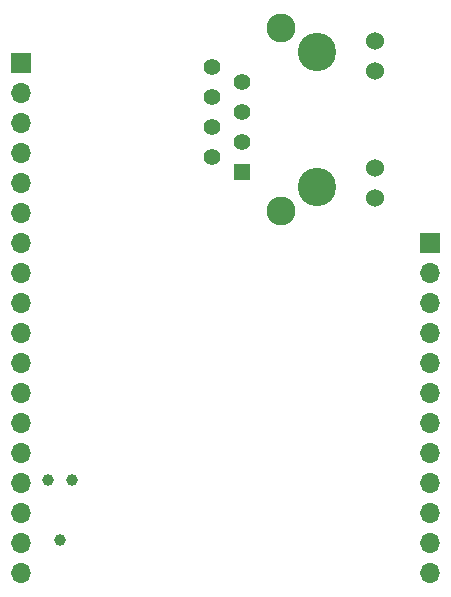
<source format=gbr>
%TF.GenerationSoftware,KiCad,Pcbnew,(5.1.10-1-10_14)*%
%TF.CreationDate,2022-02-26T18:00:52+01:00*%
%TF.ProjectId,esp-expander,6573702d-6578-4706-916e-6465722e6b69,rev?*%
%TF.SameCoordinates,Original*%
%TF.FileFunction,Soldermask,Bot*%
%TF.FilePolarity,Negative*%
%FSLAX46Y46*%
G04 Gerber Fmt 4.6, Leading zero omitted, Abs format (unit mm)*
G04 Created by KiCad (PCBNEW (5.1.10-1-10_14)) date 2022-02-26 18:00:52*
%MOMM*%
%LPD*%
G01*
G04 APERTURE LIST*
%ADD10C,0.990600*%
%ADD11R,1.398000X1.398000*%
%ADD12C,1.398000*%
%ADD13C,1.530000*%
%ADD14C,2.445000*%
%ADD15C,3.250000*%
%ADD16R,1.700000X1.700000*%
%ADD17O,1.700000X1.700000*%
G04 APERTURE END LIST*
D10*
%TO.C,J1*%
X81586001Y-103459999D03*
X83618001Y-103459999D03*
X82602001Y-108539999D03*
%TD*%
D11*
%TO.C,J2*%
X98044000Y-77398800D03*
D12*
X95504000Y-76128800D03*
X98044000Y-74858800D03*
X95504000Y-73588800D03*
X98044000Y-72318800D03*
X95504000Y-71048800D03*
X98044000Y-69778800D03*
X95504000Y-68508800D03*
D13*
X109294000Y-79573800D03*
X109294000Y-77033800D03*
X109294000Y-66323800D03*
X109294000Y-68863800D03*
D14*
X101344000Y-80693800D03*
X101344000Y-65203800D03*
D15*
X104394000Y-67233800D03*
X104394000Y-78663800D03*
%TD*%
D16*
%TO.C,J4*%
X113944400Y-83362800D03*
D17*
X113944400Y-85902800D03*
X113944400Y-88442800D03*
X113944400Y-90982800D03*
X113944400Y-93522800D03*
X113944400Y-96062800D03*
X113944400Y-98602800D03*
X113944400Y-101142800D03*
X113944400Y-103682800D03*
X113944400Y-106222800D03*
X113944400Y-108762800D03*
X113944400Y-111302800D03*
%TD*%
D16*
%TO.C,J3*%
X79298800Y-68122800D03*
D17*
X79298800Y-70662800D03*
X79298800Y-73202800D03*
X79298800Y-75742800D03*
X79298800Y-78282800D03*
X79298800Y-80822800D03*
X79298800Y-83362800D03*
X79298800Y-85902800D03*
X79298800Y-88442800D03*
X79298800Y-90982800D03*
X79298800Y-93522800D03*
X79298800Y-96062800D03*
X79298800Y-98602800D03*
X79298800Y-101142800D03*
X79298800Y-103682800D03*
X79298800Y-106222800D03*
X79298800Y-108762800D03*
X79298800Y-111302800D03*
%TD*%
M02*

</source>
